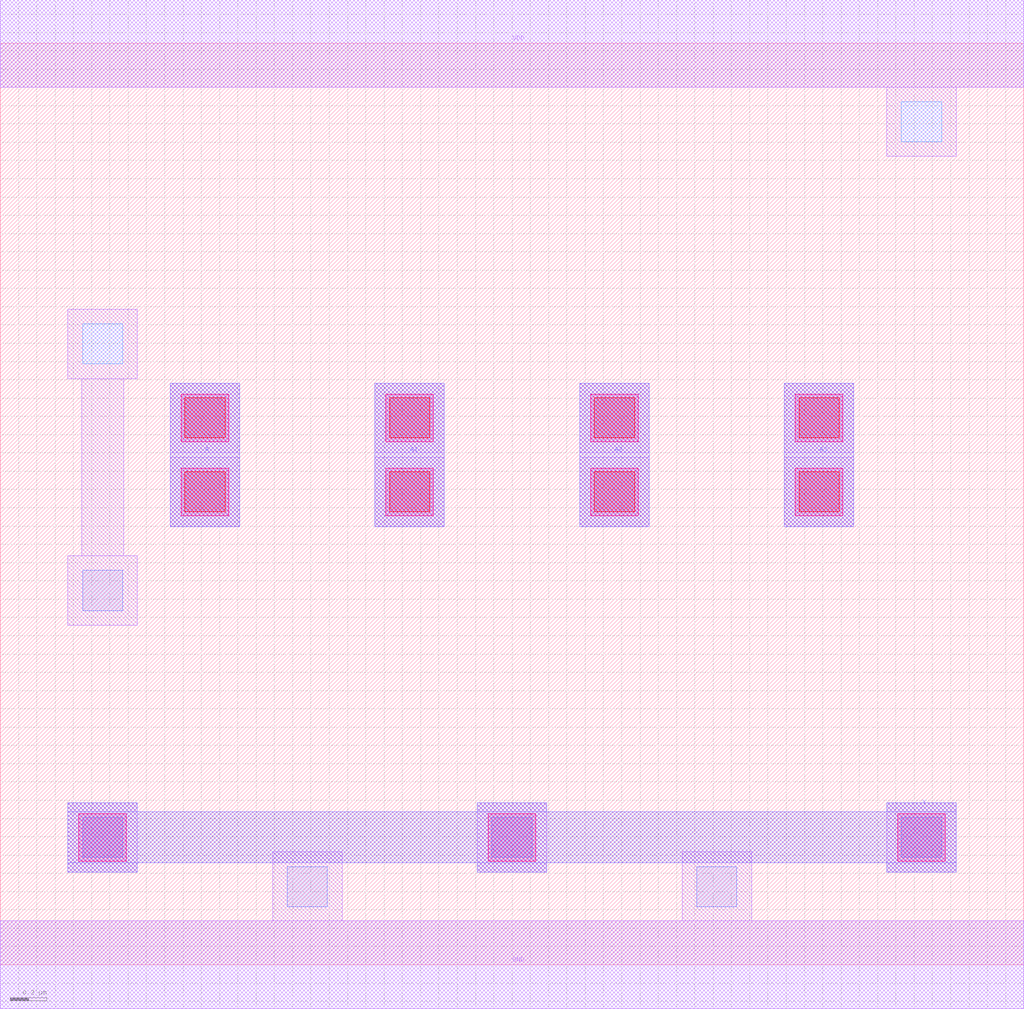
<source format=lef>
MACRO NOR4
 CLASS CORE ;
 FOREIGN NOR4 0 0 ;
 SIZE 5.6000000000000005 BY 5.04 ;
 ORIGIN 0 0 ;
 SYMMETRY X Y R90 ;
 SITE unit ;
  PIN VDD
   DIRECTION INOUT ;
   USE POWER ;
   SHAPE ABUTMENT ;
    PORT
     CLASS CORE ;
       LAYER met1 ;
        RECT 0.00000000 4.80000000 5.60000000 5.28000000 ;
    END
  END VDD

  PIN GND
   DIRECTION INOUT ;
   USE POWER ;
   SHAPE ABUTMENT ;
    PORT
     CLASS CORE ;
       LAYER met1 ;
        RECT 0.00000000 -0.24000000 5.60000000 0.24000000 ;
    END
  END GND

  PIN Y
   DIRECTION INOUT ;
   USE SIGNAL ;
   SHAPE ABUTMENT ;
    PORT
     CLASS CORE ;
       LAYER met2 ;
        RECT 0.37000000 0.50700000 0.75000000 0.55700000 ;
        RECT 2.61000000 0.50700000 2.99000000 0.55700000 ;
        RECT 4.85000000 0.50700000 5.23000000 0.55700000 ;
        RECT 0.37000000 0.55700000 5.23000000 0.83700000 ;
        RECT 0.37000000 0.83700000 0.75000000 0.88700000 ;
        RECT 2.61000000 0.83700000 2.99000000 0.88700000 ;
        RECT 4.85000000 0.83700000 5.23000000 0.88700000 ;
    END
  END Y

  PIN A2
   DIRECTION INOUT ;
   USE SIGNAL ;
   SHAPE ABUTMENT ;
    PORT
     CLASS CORE ;
       LAYER met2 ;
        RECT 3.17000000 2.39700000 3.55000000 3.18200000 ;
    END
  END A2

  PIN A1
   DIRECTION INOUT ;
   USE SIGNAL ;
   SHAPE ABUTMENT ;
    PORT
     CLASS CORE ;
       LAYER met2 ;
        RECT 2.05000000 2.39700000 2.43000000 3.18200000 ;
    END
  END A1

  PIN A3
   DIRECTION INOUT ;
   USE SIGNAL ;
   SHAPE ABUTMENT ;
    PORT
     CLASS CORE ;
       LAYER met2 ;
        RECT 4.29000000 2.39700000 4.67000000 3.18200000 ;
    END
  END A3

  PIN A
   DIRECTION INOUT ;
   USE SIGNAL ;
   SHAPE ABUTMENT ;
    PORT
     CLASS CORE ;
       LAYER met2 ;
        RECT 0.93000000 2.39700000 1.31000000 3.18200000 ;
    END
  END A

 OBS
    LAYER polycont ;
     RECT 1.01000000 2.47700000 1.23000000 2.69700000 ;
     RECT 2.13000000 2.47700000 2.35000000 2.69700000 ;
     RECT 3.25000000 2.47700000 3.47000000 2.69700000 ;
     RECT 4.37000000 2.47700000 4.59000000 2.69700000 ;
     RECT 1.01000000 2.88200000 1.23000000 3.10200000 ;
     RECT 2.13000000 2.88200000 2.35000000 3.10200000 ;
     RECT 3.25000000 2.88200000 3.47000000 3.10200000 ;
     RECT 4.37000000 2.88200000 4.59000000 3.10200000 ;

    LAYER pdiffc ;
     RECT 0.45000000 3.28700000 0.67000000 3.50700000 ;
     RECT 4.93000000 4.50200000 5.15000000 4.72200000 ;

    LAYER ndiffc ;
     RECT 1.57000000 0.31700000 1.79000000 0.53700000 ;
     RECT 3.81000000 0.31700000 4.03000000 0.53700000 ;
     RECT 0.45000000 0.58700000 0.67000000 0.80700000 ;
     RECT 2.69000000 0.58700000 2.91000000 0.80700000 ;
     RECT 4.93000000 0.58700000 5.15000000 0.80700000 ;
     RECT 0.45000000 1.93700000 0.67000000 2.15700000 ;

    LAYER met1 ;
     RECT 0.00000000 -0.24000000 5.60000000 0.24000000 ;
     RECT 1.49000000 0.24000000 1.87000000 0.61700000 ;
     RECT 3.73000000 0.24000000 4.11000000 0.61700000 ;
     RECT 0.37000000 0.50700000 0.75000000 0.88700000 ;
     RECT 2.61000000 0.50700000 2.99000000 0.88700000 ;
     RECT 4.85000000 0.50700000 5.23000000 0.88700000 ;
     RECT 0.93000000 2.39700000 1.31000000 2.77700000 ;
     RECT 2.05000000 2.39700000 2.43000000 2.77700000 ;
     RECT 3.17000000 2.39700000 3.55000000 2.77700000 ;
     RECT 4.29000000 2.39700000 4.67000000 2.77700000 ;
     RECT 0.93000000 2.80200000 1.31000000 3.18200000 ;
     RECT 2.05000000 2.80200000 2.43000000 3.18200000 ;
     RECT 3.17000000 2.80200000 3.55000000 3.18200000 ;
     RECT 4.29000000 2.80200000 4.67000000 3.18200000 ;
     RECT 0.37000000 1.85700000 0.75000000 2.23700000 ;
     RECT 0.44500000 2.23700000 0.67500000 3.20700000 ;
     RECT 0.37000000 3.20700000 0.75000000 3.58700000 ;
     RECT 4.85000000 4.42200000 5.23000000 4.80000000 ;
     RECT 0.00000000 4.80000000 5.60000000 5.28000000 ;

    LAYER via1 ;
     RECT 0.43000000 0.56700000 0.69000000 0.82700000 ;
     RECT 2.67000000 0.56700000 2.93000000 0.82700000 ;
     RECT 4.91000000 0.56700000 5.17000000 0.82700000 ;
     RECT 0.99000000 2.45700000 1.25000000 2.71700000 ;
     RECT 2.11000000 2.45700000 2.37000000 2.71700000 ;
     RECT 3.23000000 2.45700000 3.49000000 2.71700000 ;
     RECT 4.35000000 2.45700000 4.61000000 2.71700000 ;
     RECT 0.99000000 2.86200000 1.25000000 3.12200000 ;
     RECT 2.11000000 2.86200000 2.37000000 3.12200000 ;
     RECT 3.23000000 2.86200000 3.49000000 3.12200000 ;
     RECT 4.35000000 2.86200000 4.61000000 3.12200000 ;

    LAYER met2 ;
     RECT 0.37000000 0.50700000 0.75000000 0.55700000 ;
     RECT 2.61000000 0.50700000 2.99000000 0.55700000 ;
     RECT 4.85000000 0.50700000 5.23000000 0.55700000 ;
     RECT 0.37000000 0.55700000 5.23000000 0.83700000 ;
     RECT 0.37000000 0.83700000 0.75000000 0.88700000 ;
     RECT 2.61000000 0.83700000 2.99000000 0.88700000 ;
     RECT 4.85000000 0.83700000 5.23000000 0.88700000 ;
     RECT 0.93000000 2.39700000 1.31000000 3.18200000 ;
     RECT 2.05000000 2.39700000 2.43000000 3.18200000 ;
     RECT 3.17000000 2.39700000 3.55000000 3.18200000 ;
     RECT 4.29000000 2.39700000 4.67000000 3.18200000 ;

 END
END NOR4

</source>
